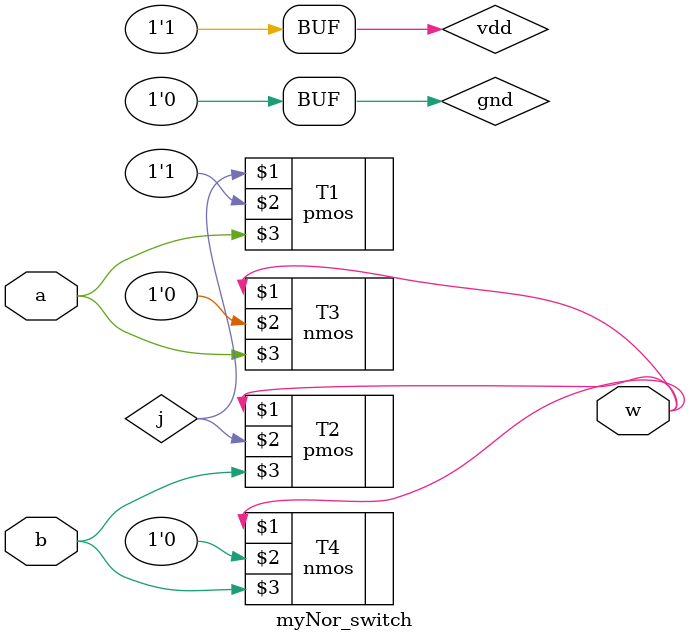
<source format=sv>
`timescale 1ns/1ns
module myNor_switch(input a, b, output w);
supply1 vdd;
supply0 gnd;
wire j;
pmos #(5, 6, 7) T1(j, vdd, a), T2(w, j, b);
nmos #(3, 4, 5) T3(w, gnd, a), T4(w, gnd, b);  
endmodule
</source>
